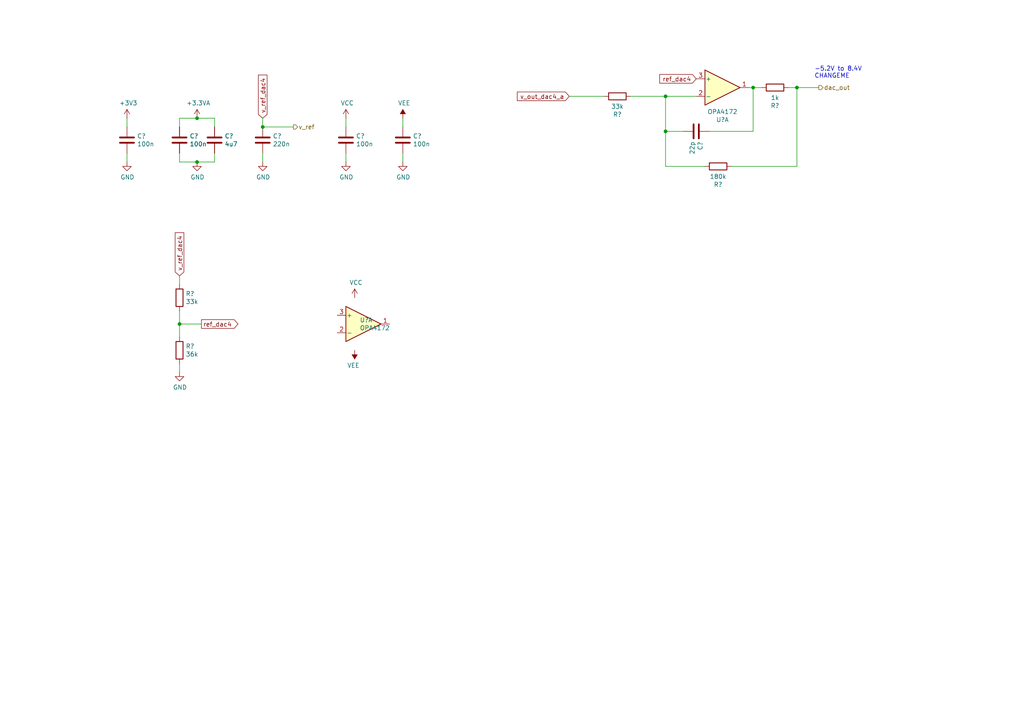
<source format=kicad_sch>
(kicad_sch (version 20211123) (generator eeschema)
  (paper "A4")
  (lib_symbols
    (symbol "Amplifier_Operational:TL074" (pin_names (offset 0.127))
      (property "Reference" "U" (at 0 5.08 0))
      (property "Value" "TL074" (at 0 -5.08 0))
      (symbol "TL074_1_1"
        (polyline (pts (xy -5.08 5.08) (xy 5.08 0) (xy -5.08 -5.08) (xy -5.08 5.08)) (stroke (width 0.254)) (fill (type background)))
        (pin output line (at 7.62 0 180) (length 2.54) (name "~") (number "1"))
        (pin input line (at -7.62 -2.54 0) (length 2.54) (name "-") (number "2"))
        (pin input line (at -7.62 2.54 0) (length 2.54) (name "+") (number "3"))
      )
      (symbol "TL074_2_1"
        (polyline (pts (xy -5.08 5.08) (xy 5.08 0) (xy -5.08 -5.08) (xy -5.08 5.08)) (stroke (width 0.254)) (fill (type background)))
        (pin input line (at -7.62 2.54 0) (length 2.54) (name "+") (number "5"))
        (pin input line (at -7.62 -2.54 0) (length 2.54) (name "-") (number "6"))
        (pin output line (at 7.62 0 180) (length 2.54) (name "~") (number "7"))
      )
      (symbol "TL074_3_1"
        (polyline (pts (xy -5.08 5.08) (xy 5.08 0) (xy -5.08 -5.08) (xy -5.08 5.08)) (stroke (width 0.254)) (fill (type background)))
        (pin input line (at -7.62 2.54 0) (length 2.54) (name "+") (number "10"))
        (pin output line (at 7.62 0 180) (length 2.54) (name "~") (number "8"))
        (pin input line (at -7.62 -2.54 0) (length 2.54) (name "-") (number "9"))
      )
      (symbol "TL074_4_1"
        (polyline (pts (xy -5.08 5.08) (xy 5.08 0) (xy -5.08 -5.08) (xy -5.08 5.08)) (stroke (width 0.254)) (fill (type background)))
        (pin input line (at -7.62 2.54 0) (length 2.54) (name "+") (number "12"))
        (pin input line (at -7.62 -2.54 0) (length 2.54) (name "-") (number "13"))
        (pin output line (at 7.62 0 180) (length 2.54) (name "~") (number "14"))
      )
      (symbol "TL074_5_1"
        (pin power_in line (at -2.54 -7.62 90) (length 3.81) (name "V-") (number "11"))
        (pin power_in line (at -2.54 7.62 270) (length 3.81) (name "V+") (number "4"))
      )
    )
    (symbol "Device:C" (pin_numbers hide) (pin_names (offset 0.254))
      (property "Reference" "C" (at 0.635 2.54 0))
      (property "Value" "C" (at 0.635 -2.54 0))
      (symbol "C_0_1"
        (polyline (pts (xy -2.032 -0.762) (xy 2.032 -0.762)) (stroke (width 0.508)))
        (polyline (pts (xy -2.032 0.762) (xy 2.032 0.762)) (stroke (width 0.508)))
      )
      (symbol "C_1_1"
        (pin passive line (at 0 3.81 270) (length 2.794) (name "~") (number "1"))
        (pin passive line (at 0 -3.81 90) (length 2.794) (name "~") (number "2"))
      )
    )
    (symbol "Device:R" (pin_numbers hide) (pin_names (offset 0))
      (property "Reference" "R" (at 2.032 0 90))
      (property "Value" "R" (at 0 0 90))
      (symbol "R_0_1"
        (rectangle (start -1.016 -2.54) (end 1.016 2.54) (stroke (width 0.254)))
      )
      (symbol "R_1_1"
        (pin passive line (at 0 3.81 270) (length 1.27) (name "~") (number "1"))
        (pin passive line (at 0 -3.81 90) (length 1.27) (name "~") (number "2"))
      )
    )
    (symbol "power:+3.3V" (power) (pin_names (offset 0))
      (property "Value" "+3.3V" (at 0 3.556 0))
      (symbol "+3.3V_0_1"
        (polyline (pts (xy -0.762 1.27) (xy 0 2.54)))
        (polyline (pts (xy 0 0) (xy 0 2.54)))
        (polyline (pts (xy 0 2.54) (xy 0.762 1.27)))
      )
      (symbol "+3.3V_1_1"
        (pin power_in line (at 0 0 90) (length 0) hide (name "+3V3") (number "1"))
      )
    )
    (symbol "power:+3.3VA" (power) (pin_names (offset 0))
      (property "Value" "+3.3VA" (at 0 3.556 0))
      (symbol "+3.3VA_0_1"
        (polyline (pts (xy -0.762 1.27) (xy 0 2.54)))
        (polyline (pts (xy 0 0) (xy 0 2.54)))
        (polyline (pts (xy 0 2.54) (xy 0.762 1.27)))
      )
      (symbol "+3.3VA_1_1"
        (pin power_in line (at 0 0 90) (length 0) hide (name "+3.3VA") (number "1"))
      )
    )
    (symbol "power:GND" (power) (pin_names (offset 0))
      (property "Value" "GND" (at 0 -3.81 0))
      (symbol "GND_0_1"
        (polyline (pts (xy 0 0) (xy 0 -1.27) (xy 1.27 -1.27) (xy 0 -2.54) (xy -1.27 -1.27) (xy 0 -1.27)))
      )
      (symbol "GND_1_1"
        (pin power_in line (at 0 0 270) (length 0) hide (name "GND") (number "1"))
      )
    )
    (symbol "power:VCC" (power) (pin_names (offset 0))
      (property "Value" "VCC" (at 0 3.81 0))
      (symbol "VCC_0_1"
        (polyline (pts (xy -0.762 1.27) (xy 0 2.54)))
        (polyline (pts (xy 0 0) (xy 0 2.54)))
        (polyline (pts (xy 0 2.54) (xy 0.762 1.27)))
      )
      (symbol "VCC_1_1"
        (pin power_in line (at 0 0 90) (length 0) hide (name "VCC") (number "1"))
      )
    )
    (symbol "power:VEE" (power) (pin_names (offset 0))
      (property "Value" "VEE" (at 0 3.81 0))
      (symbol "VEE_0_1"
        (polyline (pts (xy 0 0) (xy 0 2.54)))
        (polyline (pts (xy 0.762 1.27) (xy -0.762 1.27) (xy 0 2.54) (xy 0.762 1.27)) (fill (type outline)))
      )
      (symbol "VEE_1_1"
        (pin power_in line (at 0 0 90) (length 0) hide (name "VEE") (number "1"))
      )
    )
  )
  (junction (at 57.15 34.29))
  (junction (at 57.15 46.99))
  (junction (at 76.2 36.83))
  (junction (at 231.14 25.4))
  (junction (at 52.07 93.98))
  (junction (at 218.44 25.4))
  (junction (at 193.04 27.94))
  (junction (at 193.04 38.1))
  (wire (pts (xy 52.07 97.79) (xy 52.07 93.98)))
  (wire (pts (xy 62.23 34.29) (xy 62.23 36.83)))
  (wire (pts (xy 116.84 46.99) (xy 116.84 44.45)))
  (wire (pts (xy 52.07 93.98) (xy 58.42 93.98)))
  (wire (pts (xy 193.04 38.1) (xy 198.12 38.1)))
  (wire (pts (xy 182.88 27.94) (xy 193.04 27.94)))
  (wire (pts (xy 52.07 93.98) (xy 52.07 90.17)))
  (wire (pts (xy 100.33 36.83) (xy 100.33 34.29)))
  (wire (pts (xy 76.2 36.83) (xy 85.09 36.83)))
  (wire (pts (xy 36.83 36.83) (xy 36.83 34.29)))
  (wire (pts (xy 218.44 38.1) (xy 218.44 25.4)))
  (wire (pts (xy 100.33 46.99) (xy 100.33 44.45)))
  (wire (pts (xy 204.47 48.26) (xy 193.04 48.26)))
  (wire (pts (xy 193.04 38.1) (xy 193.04 48.26)))
  (wire (pts (xy 193.04 27.94) (xy 201.93 27.94)))
  (wire (pts (xy 52.07 34.29) (xy 52.07 36.83)))
  (wire (pts (xy 52.07 80.01) (xy 52.07 82.55)))
  (wire (pts (xy 76.2 44.45) (xy 76.2 46.99)))
  (wire (pts (xy 57.15 34.29) (xy 52.07 34.29)))
  (wire (pts (xy 62.23 46.99) (xy 62.23 44.45)))
  (wire (pts (xy 36.83 46.99) (xy 36.83 44.45)))
  (wire (pts (xy 57.15 46.99) (xy 62.23 46.99)))
  (wire (pts (xy 220.98 25.4) (xy 218.44 25.4)))
  (wire (pts (xy 175.26 27.94) (xy 165.1 27.94)))
  (wire (pts (xy 218.44 25.4) (xy 217.17 25.4)))
  (wire (pts (xy 193.04 27.94) (xy 193.04 38.1)))
  (wire (pts (xy 205.74 38.1) (xy 218.44 38.1)))
  (wire (pts (xy 231.14 25.4) (xy 237.49 25.4)))
  (wire (pts (xy 52.07 105.41) (xy 52.07 107.95)))
  (wire (pts (xy 228.6 25.4) (xy 231.14 25.4)))
  (wire (pts (xy 116.84 36.83) (xy 116.84 34.29)))
  (wire (pts (xy 76.2 36.83) (xy 76.2 34.29)))
  (wire (pts (xy 231.14 48.26) (xy 212.09 48.26)))
  (wire (pts (xy 57.15 46.99) (xy 52.07 46.99)))
  (wire (pts (xy 57.15 34.29) (xy 62.23 34.29)))
  (wire (pts (xy 52.07 46.99) (xy 52.07 44.45)))
  (wire (pts (xy 231.14 25.4) (xy 231.14 48.26)))
  (text "-5.2V to 8.4V\nCHANGEME" (at 236.22 22.86 0) (effects (font (size 1.27 1.27)) (justify left bottom)))
  (global_label "v_ref_dac4" (shape input) (at 76.2 34.29 90) (property "Intersheet References" "${INTERSHEET_REFS}" (effects hide)))
  (global_label "v_out_dac4_a" (shape input) (at 165.1 27.94 180) (property "Intersheet References" "${INTERSHEET_REFS}" (effects hide)))
  (global_label "ref_dac4" (shape output) (at 58.42 93.98 0) (property "Intersheet References" "${INTERSHEET_REFS}" (effects hide)))
  (global_label "v_ref_dac4" (shape input) (at 52.07 80.01 90) (property "Intersheet References" "${INTERSHEET_REFS}" (effects hide)))
  (global_label "ref_dac4" (shape input) (at 201.93 22.86 180) (property "Intersheet References" "${INTERSHEET_REFS}" (effects hide)))
  (hierarchical_label "v_ref" (shape output) (at 85.09 36.83 0))
  (hierarchical_label "dac_out" (shape output) (at 237.49 25.4 0))
  (symbol (lib_id "power:+3.3VA") (at 57.15 34.29 0) (unit 1)
    (property "Reference" "#PWR?" (effects hide))
    (property "Value" "+3.3VA" (at 57.531 29.8958 0))
  )
  (symbol (lib_id "power:+3.3V") (at 36.83 34.29 0) (unit 1)
    (property "Reference" "#PWR?" (effects hide))
    (property "Value" "+3.3V" (at 37.211 29.8958 0))
  )
  (symbol (lib_id "Device:C") (at 52.07 40.64 180) (unit 1)
    (property "Reference" "C?" (at 54.991 39.4716 0) (effects (justify right)))
    (property "Value" "100n" (at 54.991 41.783 0) (effects (justify right)))
    (property "Footprint" "Capacitor_SMD:C_0603_1608Metric" (effects hide))
    (property "LCSC Part #" "C14663" (effects hide))
    (property "LCSC" "C14663" (effects hide))
  )
  (symbol (lib_id "power:GND") (at 57.15 46.99 0) (unit 1)
    (property "Reference" "#PWR?" (effects hide))
    (property "Value" "GND" (at 57.277 51.3842 0))
  )
  (symbol (lib_id "Device:C") (at 62.23 40.64 0) (unit 1)
    (property "Reference" "C?" (at 65.151 39.4716 0) (effects (justify left)))
    (property "Value" "4u7" (at 65.151 41.783 0) (effects (justify left)))
    (property "Footprint" "Capacitor_SMD:C_0603_1608Metric" (effects hide))
    (property "LCSC Part #" "C19666" (effects hide))
    (property "LCSC" "C19666" (effects hide))
  )
  (symbol (lib_id "power:GND") (at 76.2 46.99 0) (unit 1)
    (property "Reference" "#PWR?" (effects hide))
    (property "Value" "GND" (at 76.327 51.3842 0))
  )
  (symbol (lib_id "Device:C") (at 76.2 40.64 180) (unit 1)
    (property "Reference" "C?" (at 79.121 39.4716 0) (effects (justify right)))
    (property "Value" "220n" (at 79.121 41.783 0) (effects (justify right)))
    (property "Footprint" "Capacitor_SMD:C_0603_1608Metric" (effects hide))
    (property "LCSC Part #" "C21120" (effects hide))
    (property "LCSC" "C21120" (effects hide))
  )
  (symbol (lib_id "Device:C") (at 36.83 40.64 180) (unit 1)
    (property "Reference" "C?" (at 39.751 39.4716 0) (effects (justify right)))
    (property "Value" "100n" (at 39.751 41.783 0) (effects (justify right)))
    (property "Footprint" "Capacitor_SMD:C_0603_1608Metric" (effects hide))
    (property "LCSC Part #" "C14663" (effects hide))
    (property "LCSC" "C14663" (effects hide))
  )
  (symbol (lib_id "power:GND") (at 36.83 46.99 0) (unit 1)
    (property "Reference" "#PWR?" (effects hide))
    (property "Value" "GND" (at 36.957 51.3842 0))
  )
  (symbol (lib_id "Device:R") (at 52.07 101.6 180) (unit 1)
    (property "Reference" "R?" (at 53.848 100.4316 0) (effects (justify right)))
    (property "Value" "36k" (at 53.848 102.743 0) (effects (justify right)))
    (property "Footprint" "Resistor_SMD:R_0603_1608Metric" (effects hide))
    (property "LCSC Part #" "C23147" (effects hide))
    (property "LCSC" "C23147" (effects hide))
  )
  (symbol (lib_id "Device:R") (at 179.07 27.94 270) (unit 1)
    (property "Reference" "R?" (at 179.07 33.1978 90))
    (property "Value" "33k" (at 179.07 30.8864 90))
    (property "Footprint" "Resistor_SMD:R_0603_1608Metric" (effects hide))
    (property "LCSC Part #" "C4216" (effects hide))
    (property "LCSC" "C4216" (effects hide))
  )
  (symbol (lib_id "Device:R") (at 52.07 86.36 0) (unit 1)
    (property "Reference" "R?" (at 53.848 85.1916 0) (effects (justify left)))
    (property "Value" "33k" (at 53.848 87.503 0) (effects (justify left)))
    (property "Footprint" "Resistor_SMD:R_0603_1608Metric" (effects hide))
    (property "LCSC Part #" "C4216" (effects hide))
    (property "LCSC" "C4216" (effects hide))
  )
  (symbol (lib_id "Amplifier_Operational:TL074") (at 209.55 25.4 0) (unit 1)
    (property "Reference" "U?" (at 209.55 34.7218 0))
    (property "Value" "OPA4172" (at 209.55 32.4104 0))
    (property "Footprint" "Package_SO:TSSOP-14_4.4x5mm_P0.65mm" (effects hide))
    (property "Datasheet" "http://www.ti.com/lit/ds/symlink/tl071.pdf" (effects hide))
  )
  (symbol (lib_id "Device:R") (at 224.79 25.4 270) (unit 1)
    (property "Reference" "R?" (at 224.79 30.6578 90))
    (property "Value" "1k" (at 224.79 28.3464 90))
    (property "Footprint" "Resistor_SMD:R_0603_1608Metric" (effects hide))
    (property "LCSC Part #" "C21190" (effects hide))
    (property "LCSC" "C21190" (effects hide))
  )
  (symbol (lib_id "Device:R") (at 208.28 48.26 270) (unit 1)
    (property "Reference" "R?" (at 208.28 53.5178 90))
    (property "Value" "180k" (at 208.28 51.2064 90))
    (property "Footprint" "Resistor_SMD:R_0603_1608Metric" (effects hide))
    (property "LCSC Part #" "C22827" (effects hide))
    (property "LCSC" "C22827" (effects hide))
  )
  (symbol (lib_id "power:GND") (at 52.07 107.95 0) (unit 1)
    (property "Reference" "#PWR?" (effects hide))
    (property "Value" "GND" (at 52.197 112.3442 0))
  )
  (symbol (lib_id "Amplifier_Operational:TL074") (at 105.41 93.98 0) (unit 1)
    (property "Reference" "U?" (at 104.3432 92.8116 0) (effects (justify left)))
    (property "Value" "OPA4172" (at 104.3432 95.123 0) (effects (justify left)))
    (property "Footprint" "Package_SO:TSSOP-14_4.4x5mm_P0.65mm" (effects hide))
    (property "Datasheet" "http://www.ti.com/lit/ds/symlink/tl071.pdf" (effects hide))
  )
  (symbol (lib_id "Device:C") (at 100.33 40.64 180) (unit 1)
    (property "Reference" "C?" (at 103.251 39.4716 0) (effects (justify right)))
    (property "Value" "100n" (at 103.251 41.783 0) (effects (justify right)))
    (property "Footprint" "Capacitor_SMD:C_0603_1608Metric" (effects hide))
    (property "LCSC Part #" "C14663" (effects hide))
    (property "LCSC" "C14663" (effects hide))
  )
  (symbol (lib_id "power:GND") (at 100.33 46.99 0) (unit 1)
    (property "Reference" "#PWR?" (effects hide))
    (property "Value" "GND" (at 100.457 51.3842 0))
  )
  (symbol (lib_id "Device:C") (at 116.84 40.64 180) (unit 1)
    (property "Reference" "C?" (at 119.761 39.4716 0) (effects (justify right)))
    (property "Value" "100n" (at 119.761 41.783 0) (effects (justify right)))
    (property "Footprint" "Capacitor_SMD:C_0603_1608Metric" (effects hide))
    (property "LCSC Part #" "C14663" (effects hide))
    (property "LCSC" "C14663" (effects hide))
  )
  (symbol (lib_id "power:GND") (at 116.84 46.99 0) (unit 1)
    (property "Reference" "#PWR?" (effects hide))
    (property "Value" "GND" (at 116.967 51.3842 0))
  )
  (symbol (lib_id "Device:C") (at 201.93 38.1 90) (unit 1)
    (property "Reference" "C?" (at 203.0984 41.021 0) (effects (justify right)))
    (property "Value" "22p" (at 200.787 41.021 0) (effects (justify right)))
    (property "Footprint" "Capacitor_SMD:C_0603_1608Metric" (effects hide))
    (property "LCSC Part #" "C1653" (effects hide))
    (property "LCSC" "C1653" (effects hide))
  )
  (symbol (lib_id "power:VCC") (at 100.33 34.29 0) (unit 1)
    (property "Reference" "#PWR?" (effects hide))
    (property "Value" "VCC" (at 100.711 29.8958 0))
  )
  (symbol (lib_id "power:VEE") (at 116.84 34.29 0) (unit 1)
    (property "Reference" "#PWR?" (effects hide))
    (property "Value" "VEE" (at 117.221 29.8958 0))
  )
  (symbol (lib_id "power:VCC") (at 102.87 86.36 0) (unit 1)
    (property "Reference" "#PWR?" (effects hide))
    (property "Value" "VCC" (at 103.251 81.9658 0))
  )
  (symbol (lib_id "power:VEE") (at 102.87 101.6 180) (unit 1)
    (property "Reference" "#PWR?" (effects hide))
    (property "Value" "VEE" (at 102.489 105.9942 0))
  )
)
</source>
